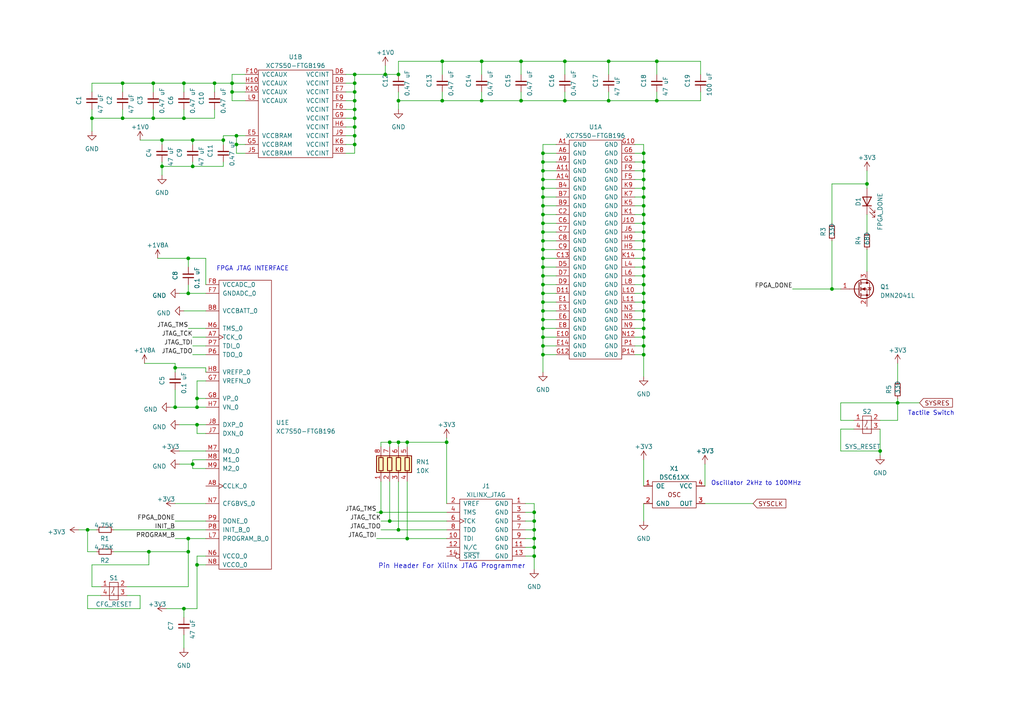
<source format=kicad_sch>
(kicad_sch (version 20230121) (generator eeschema)
  (paper "A4")
  (title_block (title "Utilities") (date "15/06/23"))
  (junction (at 186.69 46.99))
  (junction (at 186.69 72.39))
  (junction (at 115.57 21.59))
  (junction (at 186.69 74.93))
  (junction (at 157.48 102.87))
  (junction (at 46.99 48.26))
  (junction (at 57.15 115.57))
  (junction (at 157.48 90.17))
  (junction (at 186.69 77.47))
  (junction (at 154.94 151.13))
  (junction (at 157.48 52.07))
  (junction (at 118.11 128.27))
  (junction (at 115.57 153.67))
  (junction (at 151.13 29.21))
  (junction (at 43.18 160.02))
  (junction (at 54.61 160.02))
  (junction (at 157.48 46.99))
  (junction (at 186.69 49.53))
  (junction (at 186.69 57.15))
  (junction (at 102.87 26.67))
  (junction (at 64.77 40.64))
  (junction (at 115.57 128.27))
  (junction (at 157.48 77.47))
  (junction (at 157.48 62.23))
  (junction (at 260.35 116.84))
  (junction (at 102.87 31.75))
  (junction (at 157.48 74.93))
  (junction (at 67.31 24.13))
  (junction (at 44.45 24.13))
  (junction (at 154.94 158.75))
  (junction (at 157.48 100.33))
  (junction (at 111.76 21.59))
  (junction (at 186.69 85.09))
  (junction (at 67.31 26.67))
  (junction (at 57.15 123.19))
  (junction (at 157.48 87.63))
  (junction (at 186.69 69.85))
  (junction (at 241.3 83.82))
  (junction (at 157.48 49.53))
  (junction (at 102.87 36.83))
  (junction (at 68.58 41.91))
  (junction (at 102.87 29.21))
  (junction (at 251.46 53.34))
  (junction (at 113.03 151.13))
  (junction (at 157.48 59.69))
  (junction (at 186.69 100.33))
  (junction (at 110.49 148.59))
  (junction (at 157.48 95.25))
  (junction (at 154.94 153.67))
  (junction (at 35.56 34.29))
  (junction (at 44.45 34.29))
  (junction (at 55.88 40.64))
  (junction (at 186.69 67.31))
  (junction (at 186.69 52.07))
  (junction (at 157.48 64.77))
  (junction (at 53.34 34.29))
  (junction (at 57.15 163.83))
  (junction (at 157.48 69.85))
  (junction (at 50.8 118.11))
  (junction (at 57.15 118.11))
  (junction (at 102.87 34.29))
  (junction (at 186.69 59.69))
  (junction (at 102.87 39.37))
  (junction (at 186.69 90.17))
  (junction (at 54.61 85.09))
  (junction (at 157.48 57.15))
  (junction (at 157.48 82.55))
  (junction (at 154.94 161.29))
  (junction (at 129.54 128.27))
  (junction (at 157.48 80.01))
  (junction (at 157.48 72.39))
  (junction (at 50.8 106.68))
  (junction (at 255.27 130.81))
  (junction (at 176.53 17.78))
  (junction (at 154.94 156.21))
  (junction (at 68.58 39.37))
  (junction (at 186.69 87.63))
  (junction (at 128.27 17.78))
  (junction (at 53.34 176.53))
  (junction (at 54.61 74.93))
  (junction (at 157.48 85.09))
  (junction (at 157.48 44.45))
  (junction (at 54.61 156.21))
  (junction (at 46.99 40.64))
  (junction (at 118.11 156.21))
  (junction (at 186.69 95.25))
  (junction (at 151.13 17.78))
  (junction (at 102.87 21.59))
  (junction (at 157.48 92.71))
  (junction (at 163.83 29.21))
  (junction (at 157.48 67.31))
  (junction (at 139.7 29.21))
  (junction (at 53.34 24.13))
  (junction (at 157.48 54.61))
  (junction (at 102.87 41.91))
  (junction (at 62.23 24.13))
  (junction (at 186.69 80.01))
  (junction (at 35.56 24.13))
  (junction (at 139.7 17.78))
  (junction (at 176.53 29.21))
  (junction (at 55.88 48.26))
  (junction (at 25.4 153.67))
  (junction (at 157.48 97.79))
  (junction (at 186.69 54.61))
  (junction (at 55.88 134.62))
  (junction (at 102.87 24.13))
  (junction (at 190.5 17.78))
  (junction (at 190.5 29.21))
  (junction (at 186.69 92.71))
  (junction (at 163.83 17.78))
  (junction (at 186.69 97.79))
  (junction (at 128.27 29.21))
  (junction (at 113.03 128.27))
  (junction (at 186.69 64.77))
  (junction (at 26.67 34.29))
  (junction (at 154.94 148.59))
  (junction (at 186.69 62.23))
  (junction (at 186.69 82.55))
  (junction (at 186.69 102.87))
  (junction (at 186.69 44.45))
  (junction (at 115.57 29.21))
  (wire (pts (xy 55.88 97.79) (xy 59.69 97.79)))
  (wire (pts (xy 57.15 118.11) (xy 59.69 118.11)))
  (wire (pts (xy 54.61 95.25) (xy 59.69 95.25)))
  (wire (pts (xy 71.12 26.67) (xy 67.31 26.67)))
  (wire (pts (xy 53.34 90.17) (xy 59.69 90.17)))
  (wire (pts (xy 152.4 161.29) (xy 154.94 161.29)))
  (wire (pts (xy 184.15 80.01) (xy 186.69 80.01)))
  (wire (pts (xy 50.8 146.05) (xy 59.69 146.05)))
  (wire (pts (xy 113.03 129.54) (xy 113.03 128.27)))
  (wire (pts (xy 190.5 26.67) (xy 190.5 29.21)))
  (wire (pts (xy 50.8 113.03) (xy 50.8 118.11)))
  (wire (pts (xy 33.02 153.67) (xy 59.69 153.67)))
  (wire (pts (xy 184.15 90.17) (xy 186.69 90.17)))
  (wire (pts (xy 243.84 121.92) (xy 243.84 116.84)))
  (wire (pts (xy 53.34 34.29) (xy 44.45 34.29)))
  (wire (pts (xy 157.48 100.33) (xy 157.48 102.87)))
  (wire (pts (xy 100.33 36.83) (xy 102.87 36.83)))
  (wire (pts (xy 55.88 133.35) (xy 59.69 133.35)))
  (wire (pts (xy 102.87 36.83) (xy 102.87 39.37)))
  (wire (pts (xy 128.27 21.59) (xy 128.27 17.78)))
  (wire (pts (xy 129.54 127) (xy 129.54 128.27)))
  (wire (pts (xy 184.15 97.79) (xy 186.69 97.79)))
  (wire (pts (xy 260.35 115.57) (xy 260.35 116.84)))
  (wire (pts (xy 157.48 59.69) (xy 161.29 59.69)))
  (wire (pts (xy 52.07 123.19) (xy 57.15 123.19)))
  (wire (pts (xy 115.57 129.54) (xy 115.57 128.27)))
  (wire (pts (xy 44.45 24.13) (xy 44.45 26.67)))
  (wire (pts (xy 59.69 74.93) (xy 59.69 82.55)))
  (wire (pts (xy 25.4 153.67) (xy 27.94 153.67)))
  (wire (pts (xy 57.15 161.29) (xy 59.69 161.29)))
  (wire (pts (xy 100.33 26.67) (xy 102.87 26.67)))
  (wire (pts (xy 110.49 151.13) (xy 113.03 151.13)))
  (wire (pts (xy 55.88 134.62) (xy 55.88 133.35)))
  (wire (pts (xy 115.57 26.67) (xy 115.57 29.21)))
  (wire (pts (xy 100.33 24.13) (xy 102.87 24.13)))
  (wire (pts (xy 53.34 176.53) (xy 53.34 179.07)))
  (wire (pts (xy 67.31 21.59) (xy 67.31 24.13)))
  (wire (pts (xy 184.15 82.55) (xy 186.69 82.55)))
  (wire (pts (xy 157.48 67.31) (xy 157.48 69.85)))
  (wire (pts (xy 163.83 17.78) (xy 163.83 21.59)))
  (wire (pts (xy 115.57 153.67) (xy 129.54 153.67)))
  (wire (pts (xy 118.11 139.7) (xy 118.11 156.21)))
  (wire (pts (xy 25.4 160.02) (xy 25.4 153.67)))
  (wire (pts (xy 59.69 135.89) (xy 55.88 135.89)))
  (wire (pts (xy 100.33 39.37) (xy 102.87 39.37)))
  (wire (pts (xy 54.61 170.18) (xy 54.61 160.02)))
  (wire (pts (xy 46.99 41.91) (xy 46.99 40.64)))
  (wire (pts (xy 157.48 90.17) (xy 161.29 90.17)))
  (wire (pts (xy 35.56 26.67) (xy 35.56 24.13)))
  (wire (pts (xy 186.69 85.09) (xy 186.69 87.63)))
  (wire (pts (xy 151.13 29.21) (xy 163.83 29.21)))
  (wire (pts (xy 154.94 161.29) (xy 154.94 165.1)))
  (wire (pts (xy 184.15 74.93) (xy 186.69 74.93)))
  (wire (pts (xy 186.69 92.71) (xy 186.69 95.25)))
  (wire (pts (xy 25.4 176.53) (xy 25.4 172.72)))
  (wire (pts (xy 157.48 90.17) (xy 157.48 92.71)))
  (wire (pts (xy 157.48 52.07) (xy 157.48 54.61)))
  (wire (pts (xy 118.11 128.27) (xy 129.54 128.27)))
  (wire (pts (xy 157.48 85.09) (xy 157.48 87.63)))
  (wire (pts (xy 186.69 82.55) (xy 186.69 85.09)))
  (wire (pts (xy 154.94 153.67) (xy 154.94 156.21)))
  (wire (pts (xy 157.48 41.91) (xy 161.29 41.91)))
  (wire (pts (xy 53.34 24.13) (xy 53.34 26.67)))
  (wire (pts (xy 33.02 160.02) (xy 43.18 160.02)))
  (wire (pts (xy 184.15 64.77) (xy 186.69 64.77)))
  (wire (pts (xy 184.15 54.61) (xy 186.69 54.61)))
  (wire (pts (xy 247.65 121.92) (xy 243.84 121.92)))
  (wire (pts (xy 102.87 34.29) (xy 102.87 36.83)))
  (wire (pts (xy 241.3 69.85) (xy 241.3 83.82)))
  (wire (pts (xy 186.69 133.35) (xy 186.69 140.97)))
  (wire (pts (xy 49.53 118.11) (xy 50.8 118.11)))
  (wire (pts (xy 26.67 26.67) (xy 26.67 24.13)))
  (wire (pts (xy 44.45 24.13) (xy 53.34 24.13)))
  (wire (pts (xy 71.12 44.45) (xy 68.58 44.45)))
  (wire (pts (xy 26.67 163.83) (xy 43.18 163.83)))
  (wire (pts (xy 115.57 17.78) (xy 115.57 21.59)))
  (wire (pts (xy 243.84 124.46) (xy 243.84 130.81)))
  (wire (pts (xy 154.94 156.21) (xy 154.94 158.75)))
  (wire (pts (xy 64.77 41.91) (xy 64.77 40.64)))
  (wire (pts (xy 100.33 41.91) (xy 102.87 41.91)))
  (wire (pts (xy 100.33 34.29) (xy 102.87 34.29)))
  (wire (pts (xy 157.48 69.85) (xy 161.29 69.85)))
  (wire (pts (xy 64.77 40.64) (xy 64.77 39.37)))
  (wire (pts (xy 55.88 40.64) (xy 55.88 41.91)))
  (wire (pts (xy 102.87 21.59) (xy 111.76 21.59)))
  (wire (pts (xy 154.94 146.05) (xy 154.94 148.59)))
  (wire (pts (xy 203.2 29.21) (xy 190.5 29.21)))
  (wire (pts (xy 186.69 57.15) (xy 186.69 59.69)))
  (wire (pts (xy 129.54 128.27) (xy 129.54 146.05)))
  (wire (pts (xy 184.15 85.09) (xy 186.69 85.09)))
  (wire (pts (xy 260.35 116.84) (xy 266.7 116.84)))
  (wire (pts (xy 157.48 97.79) (xy 157.48 100.33)))
  (wire (pts (xy 46.99 46.99) (xy 46.99 48.26)))
  (wire (pts (xy 26.67 34.29) (xy 26.67 38.1)))
  (wire (pts (xy 40.64 176.53) (xy 25.4 176.53)))
  (wire (pts (xy 40.64 40.64) (xy 46.99 40.64)))
  (wire (pts (xy 50.8 105.41) (xy 50.8 106.68)))
  (wire (pts (xy 57.15 176.53) (xy 57.15 163.83)))
  (wire (pts (xy 157.48 82.55) (xy 161.29 82.55)))
  (wire (pts (xy 62.23 24.13) (xy 67.31 24.13)))
  (wire (pts (xy 46.99 40.64) (xy 55.88 40.64)))
  (wire (pts (xy 45.72 74.93) (xy 54.61 74.93)))
  (wire (pts (xy 157.48 77.47) (xy 157.48 80.01)))
  (wire (pts (xy 184.15 92.71) (xy 186.69 92.71)))
  (wire (pts (xy 35.56 24.13) (xy 44.45 24.13)))
  (wire (pts (xy 152.4 146.05) (xy 154.94 146.05)))
  (wire (pts (xy 157.48 57.15) (xy 157.48 59.69)))
  (wire (pts (xy 36.83 172.72) (xy 40.64 172.72)))
  (wire (pts (xy 54.61 77.47) (xy 54.61 74.93)))
  (wire (pts (xy 57.15 123.19) (xy 59.69 123.19)))
  (wire (pts (xy 157.48 62.23) (xy 157.48 64.77)))
  (wire (pts (xy 186.69 44.45) (xy 186.69 46.99)))
  (wire (pts (xy 113.03 139.7) (xy 113.03 151.13)))
  (wire (pts (xy 139.7 17.78) (xy 151.13 17.78)))
  (wire (pts (xy 184.15 69.85) (xy 186.69 69.85)))
  (wire (pts (xy 190.5 17.78) (xy 203.2 17.78)))
  (wire (pts (xy 64.77 48.26) (xy 64.77 46.99)))
  (wire (pts (xy 186.69 77.47) (xy 186.69 80.01)))
  (wire (pts (xy 57.15 163.83) (xy 59.69 163.83)))
  (wire (pts (xy 154.94 148.59) (xy 154.94 151.13)))
  (wire (pts (xy 184.15 49.53) (xy 186.69 49.53)))
  (wire (pts (xy 251.46 62.23) (xy 251.46 67.31)))
  (wire (pts (xy 110.49 148.59) (xy 129.54 148.59)))
  (wire (pts (xy 157.48 69.85) (xy 157.48 72.39)))
  (wire (pts (xy 157.48 54.61) (xy 157.48 57.15)))
  (wire (pts (xy 186.69 80.01) (xy 186.69 82.55)))
  (wire (pts (xy 157.48 44.45) (xy 157.48 46.99)))
  (wire (pts (xy 184.15 77.47) (xy 186.69 77.47)))
  (wire (pts (xy 152.4 148.59) (xy 154.94 148.59)))
  (wire (pts (xy 184.15 102.87) (xy 186.69 102.87)))
  (wire (pts (xy 163.83 29.21) (xy 176.53 29.21)))
  (wire (pts (xy 40.64 172.72) (xy 40.64 176.53)))
  (wire (pts (xy 57.15 163.83) (xy 57.15 161.29)))
  (wire (pts (xy 113.03 151.13) (xy 129.54 151.13)))
  (wire (pts (xy 157.48 64.77) (xy 157.48 67.31)))
  (wire (pts (xy 110.49 128.27) (xy 113.03 128.27)))
  (wire (pts (xy 157.48 80.01) (xy 161.29 80.01)))
  (wire (pts (xy 35.56 34.29) (xy 44.45 34.29)))
  (wire (pts (xy 154.94 151.13) (xy 154.94 153.67)))
  (wire (pts (xy 102.87 24.13) (xy 102.87 26.67)))
  (wire (pts (xy 67.31 26.67) (xy 67.31 29.21)))
  (wire (pts (xy 57.15 125.73) (xy 57.15 123.19)))
  (wire (pts (xy 100.33 31.75) (xy 102.87 31.75)))
  (wire (pts (xy 55.88 100.33) (xy 59.69 100.33)))
  (wire (pts (xy 186.69 67.31) (xy 186.69 69.85)))
  (wire (pts (xy 157.48 46.99) (xy 161.29 46.99)))
  (wire (pts (xy 57.15 110.49) (xy 57.15 115.57)))
  (wire (pts (xy 157.48 92.71) (xy 157.48 95.25)))
  (wire (pts (xy 100.33 44.45) (xy 102.87 44.45)))
  (wire (pts (xy 67.31 29.21) (xy 71.12 29.21)))
  (wire (pts (xy 157.48 49.53) (xy 161.29 49.53)))
  (wire (pts (xy 128.27 29.21) (xy 115.57 29.21)))
  (wire (pts (xy 50.8 106.68) (xy 59.69 106.68)))
  (wire (pts (xy 152.4 158.75) (xy 154.94 158.75)))
  (wire (pts (xy 186.69 41.91) (xy 186.69 44.45)))
  (wire (pts (xy 27.94 160.02) (xy 25.4 160.02)))
  (wire (pts (xy 157.48 62.23) (xy 161.29 62.23)))
  (wire (pts (xy 186.69 54.61) (xy 186.69 57.15)))
  (wire (pts (xy 186.69 64.77) (xy 186.69 67.31)))
  (wire (pts (xy 184.15 44.45) (xy 186.69 44.45)))
  (wire (pts (xy 22.86 153.67) (xy 25.4 153.67)))
  (wire (pts (xy 64.77 39.37) (xy 68.58 39.37)))
  (wire (pts (xy 139.7 26.67) (xy 139.7 29.21)))
  (wire (pts (xy 46.99 48.26) (xy 55.88 48.26)))
  (wire (pts (xy 68.58 39.37) (xy 71.12 39.37)))
  (wire (pts (xy 157.48 74.93) (xy 161.29 74.93)))
  (wire (pts (xy 184.15 95.25) (xy 186.69 95.25)))
  (wire (pts (xy 26.67 24.13) (xy 35.56 24.13)))
  (wire (pts (xy 57.15 115.57) (xy 57.15 118.11)))
  (wire (pts (xy 186.69 87.63) (xy 186.69 90.17)))
  (wire (pts (xy 55.88 46.99) (xy 55.88 48.26)))
  (wire (pts (xy 247.65 124.46) (xy 243.84 124.46)))
  (wire (pts (xy 44.45 31.75) (xy 44.45 34.29)))
  (wire (pts (xy 186.69 74.93) (xy 186.69 77.47)))
  (wire (pts (xy 203.2 26.67) (xy 203.2 29.21)))
  (wire (pts (xy 26.67 31.75) (xy 26.67 34.29)))
  (wire (pts (xy 157.48 102.87) (xy 161.29 102.87)))
  (wire (pts (xy 157.48 64.77) (xy 161.29 64.77)))
  (wire (pts (xy 54.61 156.21) (xy 59.69 156.21)))
  (wire (pts (xy 52.07 134.62) (xy 55.88 134.62)))
  (wire (pts (xy 186.69 90.17) (xy 186.69 92.71)))
  (wire (pts (xy 163.83 17.78) (xy 176.53 17.78)))
  (wire (pts (xy 157.48 85.09) (xy 161.29 85.09)))
  (wire (pts (xy 102.87 31.75) (xy 102.87 34.29)))
  (wire (pts (xy 102.87 26.67) (xy 102.87 29.21)))
  (wire (pts (xy 184.15 41.91) (xy 186.69 41.91)))
  (wire (pts (xy 204.47 146.05) (xy 218.44 146.05)))
  (wire (pts (xy 100.33 21.59) (xy 102.87 21.59)))
  (wire (pts (xy 111.76 21.59) (xy 115.57 21.59)))
  (wire (pts (xy 186.69 49.53) (xy 186.69 52.07)))
  (wire (pts (xy 110.49 153.67) (xy 115.57 153.67)))
  (wire (pts (xy 157.48 44.45) (xy 161.29 44.45)))
  (wire (pts (xy 118.11 129.54) (xy 118.11 128.27)))
  (wire (pts (xy 157.48 46.99) (xy 157.48 49.53)))
  (wire (pts (xy 186.69 72.39) (xy 186.69 74.93)))
  (wire (pts (xy 157.48 92.71) (xy 161.29 92.71)))
  (wire (pts (xy 186.69 69.85) (xy 186.69 72.39)))
  (wire (pts (xy 26.67 34.29) (xy 35.56 34.29)))
  (wire (pts (xy 186.69 146.05) (xy 186.69 151.13)))
  (wire (pts (xy 55.88 48.26) (xy 64.77 48.26)))
  (wire (pts (xy 157.48 72.39) (xy 161.29 72.39)))
  (wire (pts (xy 157.48 57.15) (xy 161.29 57.15)))
  (wire (pts (xy 152.4 156.21) (xy 154.94 156.21)))
  (wire (pts (xy 157.48 87.63) (xy 157.48 90.17)))
  (wire (pts (xy 176.53 17.78) (xy 176.53 21.59)))
  (wire (pts (xy 157.48 72.39) (xy 157.48 74.93)))
  (wire (pts (xy 53.34 176.53) (xy 57.15 176.53)))
  (wire (pts (xy 176.53 26.67) (xy 176.53 29.21)))
  (wire (pts (xy 204.47 134.62) (xy 204.47 140.97)))
  (wire (pts (xy 118.11 156.21) (xy 129.54 156.21)))
  (wire (pts (xy 186.69 95.25) (xy 186.69 97.79)))
  (wire (pts (xy 50.8 107.95) (xy 50.8 106.68)))
  (wire (pts (xy 176.53 17.78) (xy 190.5 17.78)))
  (wire (pts (xy 229.87 83.82) (xy 241.3 83.82)))
  (wire (pts (xy 157.48 41.91) (xy 157.48 44.45)))
  (wire (pts (xy 102.87 41.91) (xy 102.87 44.45)))
  (wire (pts (xy 41.91 105.41) (xy 50.8 105.41)))
  (wire (pts (xy 68.58 39.37) (xy 68.58 41.91)))
  (wire (pts (xy 260.35 105.41) (xy 260.35 110.49)))
  (wire (pts (xy 110.49 129.54) (xy 110.49 128.27)))
  (wire (pts (xy 62.23 34.29) (xy 53.34 34.29)))
  (wire (pts (xy 113.03 128.27) (xy 115.57 128.27)))
  (wire (pts (xy 139.7 29.21) (xy 151.13 29.21)))
  (wire (pts (xy 154.94 158.75) (xy 154.94 161.29)))
  (wire (pts (xy 54.61 85.09) (xy 59.69 85.09)))
  (wire (pts (xy 48.26 176.53) (xy 53.34 176.53)))
  (wire (pts (xy 53.34 24.13) (xy 62.23 24.13)))
  (wire (pts (xy 53.34 184.15) (xy 53.34 187.96)))
  (wire (pts (xy 71.12 21.59) (xy 67.31 21.59)))
  (wire (pts (xy 241.3 83.82) (xy 243.84 83.82)))
  (wire (pts (xy 184.15 59.69) (xy 186.69 59.69)))
  (wire (pts (xy 111.76 19.05) (xy 111.76 21.59)))
  (wire (pts (xy 251.46 49.53) (xy 251.46 53.34)))
  (wire (pts (xy 54.61 74.93) (xy 59.69 74.93)))
  (wire (pts (xy 50.8 156.21) (xy 54.61 156.21)))
  (wire (pts (xy 128.27 29.21) (xy 139.7 29.21)))
  (wire (pts (xy 157.48 77.47) (xy 161.29 77.47)))
  (wire (pts (xy 186.69 59.69) (xy 186.69 62.23)))
  (wire (pts (xy 115.57 29.21) (xy 115.57 31.75)))
  (wire (pts (xy 151.13 26.67) (xy 151.13 29.21)))
  (wire (pts (xy 55.88 40.64) (xy 64.77 40.64)))
  (wire (pts (xy 184.15 72.39) (xy 186.69 72.39)))
  (wire (pts (xy 67.31 24.13) (xy 71.12 24.13)))
  (wire (pts (xy 157.48 87.63) (xy 161.29 87.63)))
  (wire (pts (xy 190.5 29.21) (xy 176.53 29.21)))
  (wire (pts (xy 59.69 115.57) (xy 57.15 115.57)))
  (wire (pts (xy 186.69 100.33) (xy 186.69 102.87)))
  (wire (pts (xy 102.87 21.59) (xy 102.87 24.13)))
  (wire (pts (xy 157.48 100.33) (xy 161.29 100.33)))
  (wire (pts (xy 203.2 21.59) (xy 203.2 17.78)))
  (wire (pts (xy 71.12 41.91) (xy 68.58 41.91)))
  (wire (pts (xy 186.69 102.87) (xy 186.69 109.22)))
  (wire (pts (xy 157.48 67.31) (xy 161.29 67.31)))
  (wire (pts (xy 59.69 106.68) (xy 59.69 107.95)))
  (wire (pts (xy 109.22 148.59) (xy 110.49 148.59)))
  (wire (pts (xy 184.15 57.15) (xy 186.69 57.15)))
  (wire (pts (xy 186.69 46.99) (xy 186.69 49.53)))
  (wire (pts (xy 184.15 46.99) (xy 186.69 46.99)))
  (wire (pts (xy 128.27 26.67) (xy 128.27 29.21)))
  (wire (pts (xy 157.48 52.07) (xy 161.29 52.07)))
  (wire (pts (xy 55.88 135.89) (xy 55.88 134.62)))
  (wire (pts (xy 190.5 17.78) (xy 190.5 21.59)))
  (wire (pts (xy 54.61 160.02) (xy 54.61 156.21)))
  (wire (pts (xy 35.56 34.29) (xy 35.56 31.75)))
  (wire (pts (xy 29.21 170.18) (xy 26.67 170.18)))
  (wire (pts (xy 241.3 53.34) (xy 251.46 53.34)))
  (wire (pts (xy 46.99 48.26) (xy 46.99 50.8)))
  (wire (pts (xy 157.48 80.01) (xy 157.48 82.55)))
  (wire (pts (xy 25.4 172.72) (xy 29.21 172.72)))
  (wire (pts (xy 55.88 102.87) (xy 59.69 102.87)))
  (wire (pts (xy 157.48 102.87) (xy 157.48 107.95)))
  (wire (pts (xy 67.31 24.13) (xy 67.31 26.67)))
  (wire (pts (xy 251.46 72.39) (xy 251.46 78.74)))
  (wire (pts (xy 152.4 151.13) (xy 154.94 151.13)))
  (wire (pts (xy 62.23 26.67) (xy 62.23 24.13)))
  (wire (pts (xy 251.46 53.34) (xy 251.46 54.61)))
  (wire (pts (xy 243.84 116.84) (xy 260.35 116.84)))
  (wire (pts (xy 157.48 97.79) (xy 161.29 97.79)))
  (wire (pts (xy 157.48 49.53) (xy 157.48 52.07)))
  (wire (pts (xy 184.15 87.63) (xy 186.69 87.63)))
  (wire (pts (xy 128.27 17.78) (xy 115.57 17.78)))
  (wire (pts (xy 102.87 39.37) (xy 102.87 41.91)))
  (wire (pts (xy 157.48 54.61) (xy 161.29 54.61)))
  (wire (pts (xy 100.33 29.21) (xy 102.87 29.21)))
  (wire (pts (xy 255.27 124.46) (xy 255.27 130.81)))
  (wire (pts (xy 102.87 29.21) (xy 102.87 31.75)))
  (wire (pts (xy 243.84 130.81) (xy 255.27 130.81)))
  (wire (pts (xy 52.07 85.09) (xy 54.61 85.09)))
  (wire (pts (xy 59.69 151.13) (xy 50.8 151.13)))
  (wire (pts (xy 163.83 26.67) (xy 163.83 29.21)))
  (wire (pts (xy 260.35 121.92) (xy 255.27 121.92)))
  (wire (pts (xy 54.61 82.55) (xy 54.61 85.09)))
  (wire (pts (xy 157.48 59.69) (xy 157.48 62.23)))
  (wire (pts (xy 260.35 116.84) (xy 260.35 121.92)))
  (wire (pts (xy 68.58 41.91) (xy 68.58 44.45)))
  (wire (pts (xy 157.48 95.25) (xy 157.48 97.79)))
  (wire (pts (xy 241.3 64.77) (xy 241.3 53.34)))
  (wire (pts (xy 139.7 21.59) (xy 139.7 17.78)))
  (wire (pts (xy 115.57 139.7) (xy 115.57 153.67)))
  (wire (pts (xy 115.57 128.27) (xy 118.11 128.27)))
  (wire (pts (xy 50.8 118.11) (xy 57.15 118.11)))
  (wire (pts (xy 53.34 31.75) (xy 53.34 34.29)))
  (wire (pts (xy 151.13 17.78) (xy 151.13 21.59)))
  (wire (pts (xy 151.13 17.78) (xy 163.83 17.78)))
  (wire (pts (xy 157.48 82.55) (xy 157.48 85.09)))
  (wire (pts (xy 157.48 95.25) (xy 161.29 95.25)))
  (wire (pts (xy 109.22 156.21) (xy 118.11 156.21)))
  (wire (pts (xy 157.48 74.93) (xy 157.48 77.47)))
  (wire (pts (xy 128.27 17.78) (xy 139.7 17.78)))
  (wire (pts (xy 152.4 153.67) (xy 154.94 153.67)))
  (wire (pts (xy 184.15 62.23) (xy 186.69 62.23)))
  (wire (pts (xy 186.69 52.07) (xy 186.69 54.61)))
  (wire (pts (xy 59.69 110.49) (xy 57.15 110.49)))
  (wire (pts (xy 52.07 130.81) (xy 59.69 130.81)))
  (wire (pts (xy 62.23 31.75) (xy 62.23 34.29)))
  (wire (pts (xy 110.49 139.7) (xy 110.49 148.59)))
  (wire (pts (xy 184.15 52.07) (xy 186.69 52.07)))
  (wire (pts (xy 255.27 130.81) (xy 255.27 132.08)))
  (wire (pts (xy 186.69 97.79) (xy 186.69 100.33)))
  (wire (pts (xy 184.15 67.31) (xy 186.69 67.31)))
  (wire (pts (xy 43.18 163.83) (xy 43.18 160.02)))
  (wire (pts (xy 43.18 160.02) (xy 54.61 160.02)))
  (wire (pts (xy 184.15 100.33) (xy 186.69 100.33)))
  (wire (pts (xy 59.69 125.73) (xy 57.15 125.73)))
  (wire (pts (xy 36.83 170.18) (xy 54.61 170.18)))
  (wire (pts (xy 186.69 62.23) (xy 186.69 64.77)))
  (wire (pts (xy 26.67 170.18) (xy 26.67 163.83)))
  (text "Tactile Switch" (at 276.86 120.65 0) (effects (font (size 1.27 1.27)) (justify right bottom)))
  (text "Oscillator 2kHz to 100MHz" (at 232.41 140.97 0) (effects (font (size 1.27 1.27)) (justify right bottom)))
  (text "Pin Header For Xilinx JTAG Programmer" (at 152.4 165.1 0) (effects (font (size 1.4 1.4)) (justify right bottom)))
  (text "FPGA JTAG INTERFACE" (at 83.82 78.74 0) (effects (font (size 1.27 1.27)) (justify right bottom)))
  (label "JTAG_TDO" (at 55.88 102.87 180))
  (label "INIT_B" (at 50.8 153.67 180))
  (label "JTAG_TDI" (at 109.22 156.21 180))
  (label "JTAG_TCK" (at 55.88 97.79 180))
  (label "FPGA_DONE" (at 50.8 151.13 180))
  (label "JTAG_TDI" (at 55.88 100.33 180))
  (label "JTAG_TCK" (at 110.49 151.13 180))
  (label "JTAG_TMS" (at 109.22 148.59 180))
  (label "JTAG_TDO" (at 110.49 153.67 180))
  (label "PROGRAM_B" (at 50.8 156.21 180))
  (label "FPGA_DONE" (at 229.87 83.82 180))
  (label "JTAG_TMS" (at 54.61 95.25 180))
  (global_label "SYSCLK" (shape input) (at 218.44 146.05 0) (property "Intersheetrefs" "${INTERSHEET_REFS}" (effects hide)))
  (global_label "SYSRES" (shape input) (at 266.7 116.84 0) (property "Intersheetrefs" "${INTERSHEET_REFS}" (effects hide)))
  (symbol (lib_id "power:GND") (at 154.94 165.1 0) (unit 1)
    (property "Reference" "#PWR019" (effects hide))
    (property "Value" "GND" (at 154.94 170.18 0))
    (instances (project "VendingMachine" (path "" (reference "#PWR019") (unit 1))) (project "vendingMachine_uti" (path "" (reference "#PWR04") (unit 1))))
  )
  (symbol (lib_id "Device:C_Small") (at 50.8 110.49 180) (unit 1)
    (property "Reference" "C5" (at 46.99 111.76 90) (effects (justify right)))
    (property "Value" "0.1 uF" (at 53.34 114.3 90) (effects (justify right)))
    (property "Footprint" "Capacitor_SMD:C_0201_0603Metric" (effects hide))
    (instances (project "VendingMachine" (path "" (reference "C5") (unit 1))) (project "vendingMachine_uti" (path "" (reference "C18") (unit 1))))
  )
  (symbol (lib_id "Device:C_Small") (at 26.67 29.21 180) (unit 1)
    (property "Reference" "C1" (at 22.86 30.48 90) (effects (justify right)))
    (property "Value" "47 uF" (at 29.21 33.02 90) (effects (justify right)))
    (property "Footprint" "Capacitor_SMD:C_0201_0603Metric" (effects hide))
  )
  (symbol (lib_id "power:+3V3") (at 204.47 134.62 0) (unit 1)
    (property "Reference" "#PWR024" (effects hide))
    (property "Value" "+3V3" (at 204.47 130.81 0))
    (instances (project "VendingMachine" (path "" (reference "#PWR024") (unit 1))) (project "vendingMachine_uti" (path "" (reference "#PWR01") (unit 1))))
  )
  (symbol (lib_id "power:GND") (at 255.27 132.08 0) (unit 1)
    (property "Reference" "#PWR026" (effects hide))
    (property "Value" "GND" (at 255.27 137.16 0))
    (instances (project "VendingMachine" (path "" (reference "#PWR026") (unit 1))) (project "vendingMachine_uti" (path "" (reference "#PWR015") (unit 1))))
  )
  (symbol (lib_id "FPGA_project_parts:B3FS_1010P") (at 251.46 123.19 180) (unit 1)
    (property "Reference" "S2" (at 251.46 119.38 0))
    (property "Value" "SYS_RESET" (at 250.19 129.54 0))
    (property "Footprint" "FPGA_project_parts:B3FS_1010P" (effects hide))
  )
  (symbol (lib_id "power:+1V0") (at 40.64 40.64 0) (unit 1)
    (property "Reference" "#PWR03" (effects hide))
    (property "Value" "+1V0" (at 40.64 36.83 0))
    (instances (project "VendingMachine" (path "" (reference "#PWR03") (unit 1))) (project "vendingMachine_uti" (path "" (reference "#PWR08") (unit 1))))
  )
  (symbol (lib_id "power:GND") (at 46.99 50.8 0) (unit 1)
    (property "Reference" "#PWR06" (effects hide))
    (property "Value" "GND" (at 46.99 55.88 0))
    (instances (project "VendingMachine" (path "" (reference "#PWR06") (unit 1))) (project "vendingMachine_uti" (path "" (reference "#PWR07") (unit 1))))
  )
  (symbol (lib_id "Device:C_Small") (at 139.7 24.13 180) (unit 1)
    (property "Reference" "C14" (at 135.89 25.4 90) (effects (justify right)))
    (property "Value" "0.47 uF" (at 142.24 27.94 90) (effects (justify right)))
    (property "Footprint" "Capacitor_SMD:C_0201_0603Metric" (effects hide))
    (instances (project "VendingMachine" (path "" (reference "C14") (unit 1))) (project "vendingMachine_uti" (path "" (reference "C11") (unit 1))))
  )
  (symbol (lib_id "power:+3V3") (at 22.86 153.67 90) (unit 1)
    (property "Reference" "#PWR01" (effects hide))
    (property "Value" "+3V3" (at 19.05 154.305 90) (effects (justify left)))
    (instances (project "VendingMachine" (path "" (reference "#PWR01") (unit 1))) (project "vendingMachine_uti" (path "" (reference "#PWR017") (unit 1))))
  )
  (symbol (lib_id "power:GND") (at 53.34 187.96 0) (unit 1)
    (property "Reference" "#PWR015" (effects hide))
    (property "Value" "GND" (at 53.34 193.04 0))
    (instances (project "VendingMachine" (path "" (reference "#PWR015") (unit 1))) (project "vendingMachine_uti" (path "" (reference "#PWR018") (unit 1))))
  )
  (symbol (lib_id "power:GND") (at 53.34 90.17 270) (unit 1)
    (property "Reference" "#PWR014" (effects hide))
    (property "Value" "GND" (at 49.53 90.805 90) (effects (justify right)))
    (instances (project "VendingMachine" (path "" (reference "#PWR014") (unit 1))) (project "vendingMachine_uti" (path "" (reference "#PWR024") (unit 1))))
  )
  (symbol (lib_id "power:+3V3") (at 50.8 146.05 90) (unit 1)
    (property "Reference" "#PWR09" (effects hide))
    (property "Value" "+3V3" (at 50.8 144.78 90) (effects (justify left)))
    (instances (project "VendingMachine" (path "" (reference "#PWR09") (unit 1))) (project "vendingMachine_uti" (path "" (reference "#PWR019") (unit 1))))
  )
  (symbol (lib_id "FPGA_project_parts:B3FS_1010P") (at 33.02 171.45 180) (unit 1)
    (property "Reference" "S1" (at 33.02 167.64 0))
    (property "Value" "CFG_RESET" (at 33.02 175.26 0))
    (property "Footprint" "FPGA_project_parts:B3FS_1010P" (effects hide))
    (instances (project "VendingMachine" (path "" (reference "S1") (unit 1))) (project "vendingMachine_uti" (path "" (reference "S3") (unit 1))))
  )
  (symbol (lib_id "Device:C_Small") (at 64.77 44.45 180) (unit 1)
    (property "Reference" "C11" (at 60.96 45.72 90) (effects (justify right)))
    (property "Value" "0.47 uF" (at 67.31 48.26 90) (effects (justify right)))
    (property "Footprint" "Capacitor_SMD:C_0201_0603Metric" (effects hide))
    (instances (project "VendingMachine" (path "" (reference "C11") (unit 1))) (project "vendingMachine_uti" (path "" (reference "C8") (unit 1))))
  )
  (symbol (lib_id "Device:C_Small") (at 44.45 29.21 180) (unit 1)
    (property "Reference" "C3" (at 40.64 30.48 90) (effects (justify right)))
    (property "Value" "0.47 uF" (at 46.99 33.02 90) (effects (justify right)))
    (property "Footprint" "Capacitor_SMD:C_0201_0603Metric" (effects hide))
  )
  (symbol (lib_id "FPGA_project_parts:XILINX_JTAG") (at 140.97 153.67 0) (unit 1)
    (property "Reference" "J1" (at 140.97 140.97 0))
    (property "Value" "XILINX_JTAG" (at 140.97 143.51 0))
    (property "Footprint" "Connector_PinHeader_2.00mm:PinHeader_2x07_P2.00mm_Vertical_SMD" (effects hide))
  )
  (symbol (lib_id "FPGA_project_parts:DSC61XX") (at 195.58 143.51 0) (unit 1)
    (property "Reference" "X1" (at 195.58 135.89 0))
    (property "Value" "DSC61XX" (at 195.58 138.43 0))
    (property "Footprint" "Oscillator:Oscillator_SMD_Abracon_ASE-4Pin_3.2x2.5mm_HandSoldering" (effects hide))
  )
  (symbol (lib_id "Device:R_Small") (at 30.48 160.02 90) (unit 1)
    (property "Reference" "R2" (at 31.75 162.56 90) (effects (justify left)))
    (property "Value" "4.75K" (at 33.02 158.75 90) (effects (justify left)))
    (property "Footprint" "Resistor_SMD:R_0402_1005Metric" (effects hide))
    (instances (project "VendingMachine" (path "" (reference "R2") (unit 1))) (project "vendingMachine_uti" (path "" (reference "R5") (unit 1))))
  )
  (symbol (lib_id "FPGA_project_parts:+1V8A") (at 45.72 74.93 0) (unit 1)
    (property "Reference" "#PWR05" (effects hide))
    (property "Value" "+1V8A" (at 45.72 71.12 0))
    (instances (project "VendingMachine" (path "" (reference "#PWR05") (unit 1))) (project "vendingMachine_uti" (path "" (reference "#PWR027") (unit 1))))
  )
  (symbol (lib_id "Device:R_Small") (at 260.35 113.03 0) (unit 1)
    (property "Reference" "R5" (at 257.81 114.3 90) (effects (justify left)))
    (property "Value" "330" (at 260.35 114.3 90) (effects (justify left)))
    (property "Footprint" "Resistor_SMD:R_0402_1005Metric" (effects hide))
    (instances (project "VendingMachine" (path "" (reference "R5") (unit 1))) (project "vendingMachine_uti" (path "" (reference "R3") (unit 1))))
  )
  (symbol (lib_id "power:GND") (at 49.53 118.11 270) (unit 1)
    (property "Reference" "#PWR08" (effects hide))
    (property "Value" "GND" (at 45.72 118.745 90) (effects (justify right)))
    (instances (project "VendingMachine" (path "" (reference "#PWR08") (unit 1))) (project "vendingMachine_uti" (path "" (reference "#PWR023") (unit 1))))
  )
  (symbol (lib_id "Device:C_Small") (at 54.61 80.01 180) (unit 1)
    (property "Reference" "C8" (at 50.8 81.28 90) (effects (justify right)))
    (property "Value" "0.1 uF" (at 57.15 83.82 90) (effects (justify right)))
    (property "Footprint" "Capacitor_SMD:C_0201_0603Metric" (effects hide))
    (instances (project "VendingMachine" (path "" (reference "C8") (unit 1))) (project "vendingMachine_uti" (path "" (reference "C19") (unit 1))))
  )
  (symbol (lib_id "Device:C_Small") (at 128.27 24.13 180) (unit 1)
    (property "Reference" "C13" (at 124.46 25.4 90) (effects (justify right)))
    (property "Value" "0.47 uF" (at 130.81 27.94 90) (effects (justify right)))
    (property "Footprint" "Capacitor_SMD:C_0201_0603Metric" (effects hide))
    (instances (project "VendingMachine" (path "" (reference "C13") (unit 1))) (project "vendingMachine_uti" (path "" (reference "C10") (unit 1))))
  )
  (symbol (lib_id "power:GND") (at 186.69 151.13 0) (unit 1)
    (property "Reference" "#PWR023" (effects hide))
    (property "Value" "GND" (at 186.69 156.21 0))
    (instances (project "VendingMachine" (path "" (reference "#PWR023") (unit 1))) (project "vendingMachine_uti" (path "" (reference "#PWR03") (unit 1))))
  )
  (symbol (lib_id "power:+3V3") (at 52.07 130.81 90) (unit 1)
    (property "Reference" "#PWR012" (effects hide))
    (property "Value" "+3V3" (at 52.07 129.54 90) (effects (justify left)))
    (instances (project "VendingMachine" (path "" (reference "#PWR012") (unit 1))) (project "vendingMachine_uti" (path "" (reference "#PWR020") (unit 1))))
  )
  (symbol (lib_id "FPGA_project_parts:XC7S50-FTGB196") (at 71.12 123.19 0) (unit 5)
    (property "Reference" "U1" (at 80.01 122.555 0) (effects (justify left)))
    (property "Value" "XC7S50-FTGB196" (at 80.01 125.095 0) (effects (justify left)))
    (property "Footprint" "Package_BGA:Xilinx_FTGB196" (effects hide))
  )
  (symbol (lib_id "FPGA_project_parts:XC7S50-FTGB196") (at 172.72 72.39 0) (unit 1)
    (property "Reference" "U1" (at 172.72 36.83 0))
    (property "Value" "XC7S50-FTGB196" (at 172.72 39.37 0))
    (property "Footprint" "Package_BGA:Xilinx_FTGB196" (effects hide))
  )
  (symbol (lib_id "Device:C_Small") (at 163.83 24.13 180) (unit 1)
    (property "Reference" "C16" (at 160.02 25.4 90) (effects (justify right)))
    (property "Value" "0.47 uF" (at 166.37 27.94 90) (effects (justify right)))
    (property "Footprint" "Capacitor_SMD:C_0201_0603Metric" (effects hide))
  )
  (symbol (lib_id "power:GND") (at 186.69 109.22 0) (unit 1)
    (property "Reference" "#PWR021" (effects hide))
    (property "Value" "GND" (at 186.69 114.3 0))
    (instances (project "VendingMachine" (path "" (reference "#PWR021") (unit 1))) (project "vendingMachine_uti" (path "" (reference "#PWR011") (unit 1))))
  )
  (symbol (lib_id "FPGA_project_parts:XC7S50-FTGB196") (at 86.36 33.02 0) (unit 2)
    (property "Reference" "U1" (at 85.725 16.51 0))
    (property "Value" "XC7S50-FTGB196" (at 85.725 19.05 0))
    (property "Footprint" "Package_BGA:Xilinx_FTGB196" (effects hide))
  )
  (symbol (lib_id "Device:LED") (at 251.46 58.42 90) (unit 1)
    (property "Reference" "D1" (at 248.92 57.15 0) (effects (justify right)))
    (property "Value" "FPGA_DONE" (at 255.27 55.88 0) (effects (justify right)))
    (property "Footprint" "LED_SMD:LED_1812_4532Metric" (effects hide))
  )
  (symbol (lib_id "power:+3V3") (at 129.54 127 0) (unit 1)
    (property "Reference" "#PWR018" (effects hide))
    (property "Value" "+3V3" (at 129.54 123.19 0))
    (instances (project "VendingMachine" (path "" (reference "#PWR018") (unit 1))) (project "vendingMachine_uti" (path "" (reference "#PWR05") (unit 1))))
  )
  (symbol (lib_id "power:+3V3") (at 48.26 176.53 90) (unit 1)
    (property "Reference" "#PWR07" (effects hide))
    (property "Value" "+3V3" (at 48.26 175.26 90) (effects (justify left)))
    (instances (project "VendingMachine" (path "" (reference "#PWR07") (unit 1))) (project "vendingMachine_uti" (path "" (reference "#PWR016") (unit 1))))
  )
  (symbol (lib_id "Device:C_Small") (at 203.2 24.13 180) (unit 1)
    (property "Reference" "C19" (at 199.39 25.4 90) (effects (justify right)))
    (property "Value" "100 uF" (at 205.74 27.94 90) (effects (justify right)))
    (property "Footprint" "Capacitor_SMD:C_0201_0603Metric" (effects hide))
    (instances (project "VendingMachine" (path "" (reference "C19") (unit 1))) (project "vendingMachine_uti" (path "" (reference "C15") (unit 1))))
  )
  (symbol (lib_id "Device:C_Small") (at 53.34 181.61 180) (unit 1)
    (property "Reference" "C7" (at 49.53 182.88 90) (effects (justify right)))
    (property "Value" "47 uF" (at 55.88 185.42 90) (effects (justify right)))
    (property "Footprint" "Capacitor_SMD:C_0201_0603Metric" (effects hide))
    (instances (project "VendingMachine" (path "" (reference "C7") (unit 1))) (project "vendingMachine_uti" (path "" (reference "C17") (unit 1))))
  )
  (symbol (lib_id "power:+3V3") (at 251.46 49.53 0) (unit 1)
    (property "Reference" "#PWR025" (effects hide))
    (property "Value" "+3V3" (at 251.46 45.72 0))
    (instances (project "VendingMachine" (path "" (reference "#PWR025") (unit 1))) (project "vendingMachine_uti" (path "" (reference "#PWR013") (unit 1))))
  )
  (symbol (lib_id "Device:C_Small") (at 176.53 24.13 180) (unit 1)
    (property "Reference" "C17" (at 172.72 25.4 90) (effects (justify right)))
    (property "Value" "47 uF" (at 179.07 27.94 90) (effects (justify right)))
    (property "Footprint" "Capacitor_SMD:C_0201_0603Metric" (effects hide))
    (instances (project "VendingMachine" (path "" (reference "C17") (unit 1))) (project "vendingMachine_uti" (path "" (reference "C13") (unit 1))))
  )
  (symbol (lib_id "power:GND") (at 157.48 107.95 0) (unit 1)
    (property "Reference" "#PWR020" (effects hide))
    (property "Value" "GND" (at 157.48 113.03 0))
    (instances (project "VendingMachine" (path "" (reference "#PWR020") (unit 1))) (project "vendingMachine_uti" (path "" (reference "#PWR012") (unit 1))))
  )
  (symbol (lib_id "Transistor_FET:DMN2041L") (at 248.92 83.82 0) (unit 1)
    (property "Reference" "Q1" (at 255.27 83.185 0) (effects (justify left)))
    (property "Value" "DMN2041L" (at 255.27 85.725 0) (effects (justify left)))
    (property "Footprint" "Package_TO_SOT_SMD:SOT-23" (effects hide))
    (property "Datasheet" "https://www.diodes.com/assets/Datasheets/products_inactive_data/DMN2041L.pdf" (effects hide))
  )
  (symbol (lib_id "Device:C_Small") (at 190.5 24.13 180) (unit 1)
    (property "Reference" "C18" (at 186.69 25.4 90) (effects (justify right)))
    (property "Value" "47 uF" (at 193.04 27.94 90) (effects (justify right)))
    (property "Footprint" "Capacitor_SMD:C_0201_0603Metric" (effects hide))
    (instances (project "VendingMachine" (path "" (reference "C18") (unit 1))) (project "vendingMachine_uti" (path "" (reference "C14") (unit 1))))
  )
  (symbol (lib_id "power:GND") (at 52.07 123.19 270) (unit 1)
    (property "Reference" "#PWR011" (effects hide))
    (property "Value" "GND" (at 48.26 123.825 90) (effects (justify right)))
    (instances (project "VendingMachine" (path "" (reference "#PWR011") (unit 1))) (project "vendingMachine_uti" (path "" (reference "#PWR022") (unit 1))))
  )
  (symbol (lib_id "Device:R_Small") (at 251.46 69.85 0) (unit 1)
    (property "Reference" "R4" (at 248.92 71.12 90) (effects (justify left)))
    (property "Value" "680" (at 251.46 71.12 90) (effects (justify left)))
    (property "Footprint" "Resistor_SMD:R_0402_1005Metric" (effects hide))
    (instances (project "VendingMachine" (path "" (reference "R4") (unit 1))) (project "vendingMachine_uti" (path "" (reference "R2") (unit 1))))
  )
  (symbol (lib_id "Device:C_Small") (at 46.99 44.45 180) (unit 1)
    (property "Reference" "C4" (at 43.18 45.72 90) (effects (justify right)))
    (property "Value" "47 uF" (at 49.53 48.26 90) (effects (justify right)))
    (property "Footprint" "Capacitor_SMD:C_0201_0603Metric" (effects hide))
    (instances (project "VendingMachine" (path "" (reference "C4") (unit 1))) (project "vendingMachine_uti" (path "" (reference "C6") (unit 1))))
  )
  (symbol (lib_id "power:GND") (at 26.67 38.1 0) (unit 1)
    (property "Reference" "#PWR02" (effects hide))
    (property "Value" "GND" (at 26.67 43.18 0))
    (instances (project "VendingMachine" (path "" (reference "#PWR02") (unit 1))) (project "vendingMachine_uti" (path "" (reference "#PWR06") (unit 1))))
  )
  (symbol (lib_id "Device:R_Small") (at 30.48 153.67 90) (unit 1)
    (property "Reference" "R1" (at 31.75 156.21 90) (effects (justify left)))
    (property "Value" "4.75K" (at 33.02 152.4 90) (effects (justify left)))
    (property "Footprint" "Resistor_SMD:R_0402_1005Metric" (effects hide))
    (instances (project "VendingMachine" (path "" (reference "R1") (unit 1))) (project "vendingMachine_uti" (path "" (reference "R4") (unit 1))))
  )
  (symbol (lib_id "power:+3V3") (at 186.69 133.35 0) (unit 1)
    (property "Reference" "#PWR022" (effects hide))
    (property "Value" "+3V3" (at 186.69 129.54 0))
    (instances (project "VendingMachine" (path "" (reference "#PWR022") (unit 1))) (project "vendingMachine_uti" (path "" (reference "#PWR02") (unit 1))))
  )
  (symbol (lib_id "Device:R_Pack04") (at 115.57 134.62 0) (unit 1)
    (property "Reference" "RN1" (at 120.65 133.985 0) (effects (justify left)))
    (property "Value" "10K" (at 120.65 136.525 0) (effects (justify left)))
    (property "Footprint" "Resistor_SMD:R_Array_Convex_4x1206" (effects hide))
  )
  (symbol (lib_id "Device:C_Small") (at 35.56 29.21 180) (unit 1)
    (property "Reference" "C2" (at 31.75 30.48 90) (effects (justify right)))
    (property "Value" "47 uF" (at 38.1 33.02 90) (effects (justify right)))
    (property "Footprint" "Capacitor_SMD:C_0201_0603Metric" (effects hide))
  )
  (symbol (lib_id "power:GND") (at 52.07 85.09 270) (unit 1)
    (property "Reference" "#PWR010" (effects hide))
    (property "Value" "GND" (at 48.26 85.725 90) (effects (justify right)))
    (instances (project "VendingMachine" (path "" (reference "#PWR010") (unit 1))) (project "vendingMachine_uti" (path "" (reference "#PWR025") (unit 1))))
  )
  (symbol (lib_id "Device:C_Small") (at 55.88 44.45 180) (unit 1)
    (property "Reference" "C9" (at 52.07 45.72 90) (effects (justify right)))
    (property "Value" "47 uF" (at 58.42 48.26 90) (effects (justify right)))
    (property "Footprint" "Capacitor_SMD:C_0201_0603Metric" (effects hide))
    (instances (project "VendingMachine" (path "" (reference "C9") (unit 1))) (project "vendingMachine_uti" (path "" (reference "C7") (unit 1))))
  )
  (symbol (lib_id "Device:R_Small") (at 241.3 67.31 0) (unit 1)
    (property "Reference" "R3" (at 238.76 68.58 90) (effects (justify left)))
    (property "Value" "330" (at 241.3 68.58 90) (effects (justify left)))
    (property "Footprint" "Resistor_SMD:R_0402_1005Metric" (effects hide))
    (instances (project "VendingMachine" (path "" (reference "R3") (unit 1))) (project "vendingMachine_uti" (path "" (reference "R1") (unit 1))))
  )
  (symbol (lib_id "Device:C_Small") (at 151.13 24.13 180) (unit 1)
    (property "Reference" "C15" (at 147.32 25.4 90) (effects (justify right)))
    (property "Value" "0.47 uF" (at 153.67 27.94 90) (effects (justify right)))
    (property "Footprint" "Capacitor_SMD:C_0201_0603Metric" (effects hide))
    (instances (project "VendingMachine" (path "" (reference "C15") (unit 1))) (project "vendingMachine_uti" (path "" (reference "C12") (unit 1))))
  )
  (symbol (lib_id "power:GND") (at 52.07 134.62 270) (unit 1)
    (property "Reference" "#PWR013" (effects hide))
    (property "Value" "GND" (at 48.26 135.255 90) (effects (justify right)))
    (instances (project "VendingMachine" (path "" (reference "#PWR013") (unit 1))) (project "vendingMachine_uti" (path "" (reference "#PWR021") (unit 1))))
  )
  (symbol (lib_id "power:+1V0") (at 111.76 19.05 0) (unit 1)
    (property "Reference" "#PWR016" (effects hide))
    (property "Value" "+1V0" (at 111.76 15.24 0))
    (instances (project "VendingMachine" (path "" (reference "#PWR016") (unit 1))) (project "vendingMachine_uti" (path "" (reference "#PWR010") (unit 1))))
  )
  (symbol (lib_id "Device:C_Small") (at 53.34 29.21 180) (unit 1)
    (property "Reference" "C6" (at 49.53 30.48 90) (effects (justify right)))
    (property "Value" "0.47 uF" (at 55.88 33.02 90) (effects (justify right)))
    (property "Footprint" "Capacitor_SMD:C_0201_0603Metric" (effects hide))
    (instances (project "VendingMachine" (path "" (reference "C6") (unit 1))) (project "vendingMachine_uti" (path "" (reference "C4") (unit 1))))
  )
  (symbol (lib_id "power:+3V3") (at 260.35 105.41 0) (unit 1)
    (property "Reference" "#PWR027" (effects hide))
    (property "Value" "+3V3" (at 260.35 101.6 0))
    (instances (project "VendingMachine" (path "" (reference "#PWR027") (unit 1))) (project "vendingMachine_uti" (path "" (reference "#PWR014") (unit 1))))
  )
  (symbol (lib_id "Device:C_Small") (at 115.57 24.13 180) (unit 1)
    (property "Reference" "C12" (at 111.76 25.4 90) (effects (justify right)))
    (property "Value" "0.47 uF" (at 118.11 27.94 90) (effects (justify right)))
    (property "Footprint" "Capacitor_SMD:C_0201_0603Metric" (effects hide))
    (instances (project "VendingMachine" (path "" (reference "C12") (unit 1))) (project "vendingMachine_uti" (path "" (reference "C9") (unit 1))))
  )
  (symbol (lib_id "power:GND") (at 115.57 31.75 0) (unit 1)
    (property "Reference" "#PWR017" (effects hide))
    (property "Value" "GND" (at 115.57 36.83 0))
    (instances (project "VendingMachine" (path "" (reference "#PWR017") (unit 1))) (project "vendingMachine_uti" (path "" (reference "#PWR09") (unit 1))))
  )
  (symbol (lib_id "FPGA_project_parts:+1V8A") (at 41.91 105.41 0) (unit 1)
    (property "Reference" "#PWR04" (effects hide))
    (property "Value" "+1V8A" (at 41.91 101.6 0))
    (instances (project "VendingMachine" (path "" (reference "#PWR04") (unit 1))) (project "vendingMachine_uti" (path "" (reference "#PWR026") (unit 1))))
  )
  (symbol (lib_id "Device:C_Small") (at 62.23 29.21 180) (unit 1)
    (property "Reference" "C10" (at 58.42 30.48 90) (effects (justify right)))
    (property "Value" "0.47 uF" (at 64.77 33.02 90) (effects (justify right)))
    (property "Footprint" "Capacitor_SMD:C_0201_0603Metric" (effects hide))
    (instances (project "VendingMachine" (path "" (reference "C10") (unit 1))) (project "vendingMachine_uti" (path "" (reference "C5") (unit 1))))
  )
)
</source>
